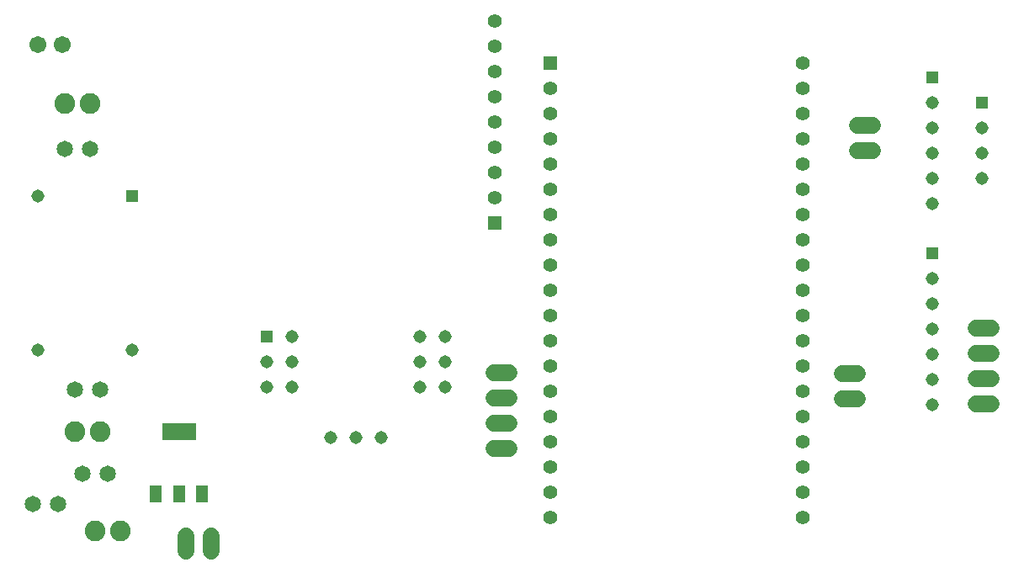
<source format=gbr>
G04 EAGLE Gerber RS-274X export*
G75*
%MOMM*%
%FSLAX34Y34*%
%LPD*%
%INSoldermask Top*%
%IPPOS*%
%AMOC8*
5,1,8,0,0,1.08239X$1,22.5*%
G01*
G04 Define Apertures*
%ADD10R,1.411200X1.411200*%
%ADD11C,1.411200*%
%ADD12R,1.311200X1.311200*%
%ADD13C,1.311200*%
%ADD14C,1.711200*%
%ADD15C,2.082800*%
%ADD16C,1.653200*%
%ADD17R,1.203200X1.703200*%
%ADD18R,3.503200X1.703200*%
%ADD19C,1.727200*%
D10*
X563400Y514700D03*
D11*
X563400Y489300D03*
X563400Y463900D03*
X563400Y438500D03*
X563400Y413100D03*
X563400Y387700D03*
X563400Y362300D03*
X563400Y336900D03*
X563400Y311500D03*
X563400Y286100D03*
X563400Y260700D03*
X563400Y235300D03*
X563400Y209900D03*
X563400Y184500D03*
X563400Y159100D03*
X563400Y133700D03*
X563400Y108300D03*
X563400Y82900D03*
X563400Y57500D03*
X817400Y57500D03*
X817400Y82900D03*
X817400Y108300D03*
X817400Y133700D03*
X817400Y159100D03*
X817400Y184500D03*
X817400Y209900D03*
X817400Y235300D03*
X817400Y260700D03*
X817400Y286100D03*
X817400Y311500D03*
X817400Y336900D03*
X817400Y362300D03*
X817400Y387700D03*
X817400Y413100D03*
X817400Y438500D03*
X817400Y463900D03*
X817400Y489300D03*
X817400Y514700D03*
D10*
X507600Y354500D03*
D11*
X507600Y379900D03*
X507600Y405300D03*
X507600Y430700D03*
X507600Y456100D03*
X507600Y481500D03*
X507600Y506900D03*
X507600Y532300D03*
X507600Y557700D03*
D12*
X278000Y239400D03*
D13*
X278000Y214000D03*
X278000Y188600D03*
X303400Y239400D03*
X303400Y214000D03*
X303400Y188600D03*
X342600Y138000D03*
X368000Y138000D03*
X393400Y138000D03*
X432600Y188600D03*
X432600Y214000D03*
X432600Y239400D03*
X458000Y188600D03*
X458000Y214000D03*
X458000Y239400D03*
D12*
X143000Y381500D03*
D13*
X48000Y381500D03*
X48000Y226500D03*
X143000Y226500D03*
D14*
X48000Y534000D03*
X73000Y534000D03*
D12*
X948000Y324000D03*
D13*
X948000Y298600D03*
X948000Y273200D03*
X948000Y247800D03*
X948000Y222400D03*
X948000Y197000D03*
X948000Y171600D03*
X998000Y399400D03*
X998000Y424800D03*
X998000Y450200D03*
D12*
X998000Y475600D03*
X948000Y501000D03*
D13*
X948000Y475600D03*
X948000Y450200D03*
X948000Y424800D03*
X948000Y399400D03*
X948000Y374000D03*
D15*
X100700Y474000D03*
X75300Y474000D03*
D16*
X100700Y429000D03*
X75300Y429000D03*
X110700Y186500D03*
X85300Y186500D03*
D15*
X110700Y144000D03*
X85300Y144000D03*
D16*
X118200Y101500D03*
X92800Y101500D03*
X68200Y71500D03*
X42800Y71500D03*
D15*
X130700Y44000D03*
X105300Y44000D03*
D17*
X167000Y81340D03*
X190000Y81340D03*
X213000Y81340D03*
D18*
X190000Y144340D03*
D19*
X872380Y427300D02*
X887620Y427300D01*
X887620Y452700D02*
X872380Y452700D01*
X872620Y177300D02*
X857380Y177300D01*
X857380Y202700D02*
X872620Y202700D01*
X992380Y248100D02*
X1007620Y248100D01*
X1007620Y222700D02*
X992380Y222700D01*
X992380Y197300D02*
X1007620Y197300D01*
X1007620Y171900D02*
X992380Y171900D01*
X522620Y203100D02*
X507380Y203100D01*
X507380Y177700D02*
X522620Y177700D01*
X522620Y152300D02*
X507380Y152300D01*
X507380Y126900D02*
X522620Y126900D01*
X222700Y39520D02*
X222700Y24280D01*
X197300Y24280D02*
X197300Y39520D01*
M02*

</source>
